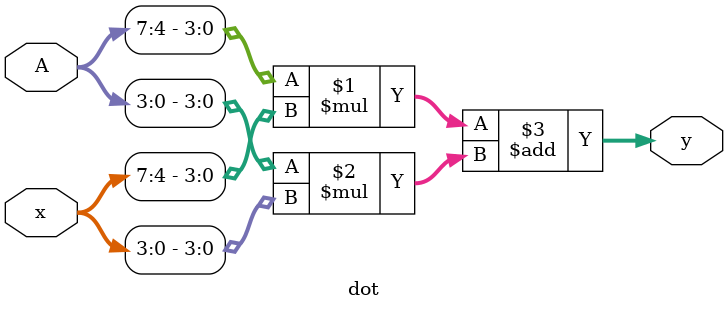
<source format=v>
module matx_top(input [15:0]A,input [7:0]x,output [17:0]y);

	dot dot_1(.A(A[15:8]),.x(x),.y(y[17:9]));
	dot dot_2(.A(A[7:0]),.x(x),.y(y[8:0]));
	
endmodule


module dot(input [7:0]A,input [7:0]x,output [8:0]y);
	assign y = A[7:4]*x[7:4]+A[3:0]*x[3:0];
	
endmodule
</source>
